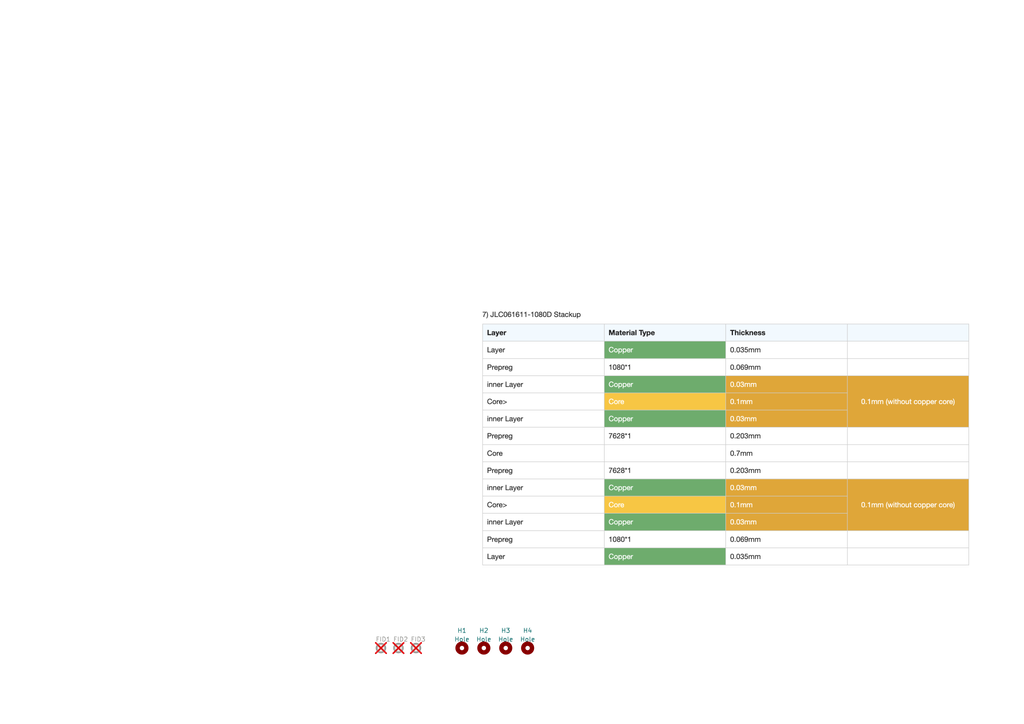
<source format=kicad_sch>
(kicad_sch (version 20250114) (generator "eeschema") (generator_version "9.0")
  (paper "A4")
  (title_block (title "Zoutwachter Measurement-Switch") (date "2025-06-01") (rev "0.3") (company "Avalution Engineering / Pollex"))
  (lib_symbols
    (symbol "Mechanical:Fiducial"
      (property "Reference" "FID" (at 0 5.08 0))
      (property "Value" "Fiducial" (at 0 3.175 0))
      (symbol "Fiducial_0_1"
        (circle (center 0 0) (radius 1.27) (stroke (width 0.508)) (fill (type background)))
      )
    )
    (symbol "Mechanical:MountingHole" (pin_names (offset 1.016))
      (property "Reference" "H" (at 0 5.08 0))
      (property "Value" "MountingHole" (at 0 3.175 0))
      (symbol "MountingHole_0_1"
        (circle (center 0 0) (radius 1.27) (stroke (width 1.27)))
      )
    )
  )
  (image (at 210.185 127) (scale 0.421572))
  (symbol (lib_id "Mechanical:MountingHole") (at 146.685 187.96 0) (unit 1)
    (property "Reference" "H3" (at 146.685 182.88 0))
    (property "Value" "Hole" (at 146.685 185.42 0))
    (property "Footprint" "MountingHole:MountingHole_3.2mm_M3" (effects (hide yes)))
  )
  (symbol (lib_id "Mechanical:Fiducial") (at 110.49 187.96 0) (unit 1) (in_bom no) (on_board no) (dnp yes)
    (property "Reference" "FID1" (at 111.125 185.42 0))
    (property "Value" "Fiducial" (effects (hide yes)))
    (property "Footprint" "Fiducial:Fiducial_1mm_Mask2mm" (effects (hide yes)))
    (property "LCSC MFR" "-" (effects (hide yes)))
    (property "LCSC MFR #" "-" (effects (hide yes)))
    (property "LCSC Part #" "-" (effects (hide yes)))
  )
  (symbol (lib_id "Mechanical:MountingHole") (at 133.985 187.96 0) (unit 1)
    (property "Reference" "H1" (at 133.985 182.88 0))
    (property "Value" "Hole" (at 133.985 185.42 0))
    (property "Footprint" "MountingHole:MountingHole_3.2mm_M3" (effects (hide yes)))
  )
  (symbol (lib_id "Mechanical:Fiducial") (at 115.57 187.96 0) (unit 1) (in_bom no) (on_board no) (dnp yes)
    (property "Reference" "FID2" (at 116.205 185.42 0))
    (property "Value" "Fiducial" (effects (hide yes)))
    (property "Footprint" "Fiducial:Fiducial_1mm_Mask2mm" (effects (hide yes)))
    (property "LCSC MFR" "-" (effects (hide yes)))
    (property "LCSC MFR #" "-" (effects (hide yes)))
    (property "LCSC Part #" "-" (effects (hide yes)))
  )
  (symbol (lib_id "Mechanical:Fiducial") (at 120.65 187.96 0) (unit 1) (in_bom no) (on_board no) (dnp yes)
    (property "Reference" "FID3" (at 121.285 185.42 0))
    (property "Value" "Fiducial" (effects (hide yes)))
    (property "Footprint" "Fiducial:Fiducial_1mm_Mask2mm" (effects (hide yes)))
    (property "LCSC MFR" "-" (effects (hide yes)))
    (property "LCSC MFR #" "-" (effects (hide yes)))
    (property "LCSC Part #" "-" (effects (hide yes)))
  )
  (symbol (lib_id "Mechanical:MountingHole") (at 140.335 187.96 0) (unit 1)
    (property "Reference" "H2" (at 140.335 182.88 0))
    (property "Value" "Hole" (at 140.335 185.42 0))
    (property "Footprint" "MountingHole:MountingHole_3.2mm_M3" (effects (hide yes)))
  )
  (symbol (lib_id "Mechanical:MountingHole") (at 153.035 187.96 0) (unit 1)
    (property "Reference" "H4" (at 153.035 182.88 0))
    (property "Value" "Hole" (at 153.035 185.42 0))
    (property "Footprint" "MountingHole:MountingHole_3.2mm_M3" (effects (hide yes)))
  )
)
</source>
